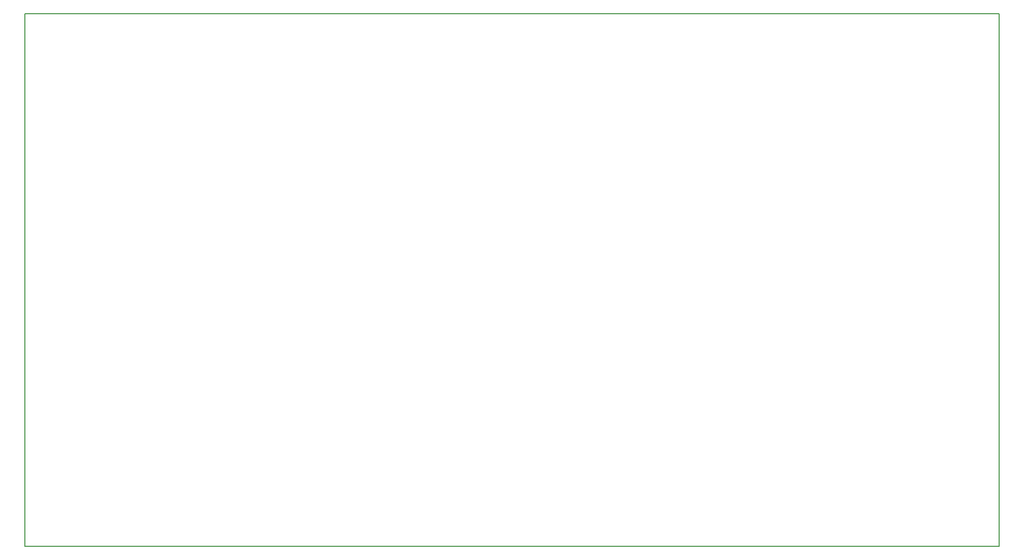
<source format=gbr>
G04 #@! TF.GenerationSoftware,KiCad,Pcbnew,5.0.2+dfsg1-1~bpo9+1*
G04 #@! TF.CreationDate,2020-04-30T19:20:10-04:00*
G04 #@! TF.ProjectId,NixieTest,4e697869-6554-4657-9374-2e6b69636164,rev?*
G04 #@! TF.SameCoordinates,Original*
G04 #@! TF.FileFunction,Profile,NP*
%FSLAX46Y46*%
G04 Gerber Fmt 4.6, Leading zero omitted, Abs format (unit mm)*
G04 Created by KiCad (PCBNEW 5.0.2+dfsg1-1~bpo9+1) date Thu 30 Apr 2020 07:20:10 PM EDT*
%MOMM*%
%LPD*%
G01*
G04 APERTURE LIST*
%ADD10C,0.150000*%
G04 APERTURE END LIST*
D10*
X45720000Y-111760000D02*
X208280000Y-111760000D01*
X45720000Y-111760000D02*
X45720000Y-22860000D01*
X208280000Y-22860000D02*
X208280000Y-111760000D01*
X45720000Y-22860000D02*
X208280000Y-22860000D01*
M02*

</source>
